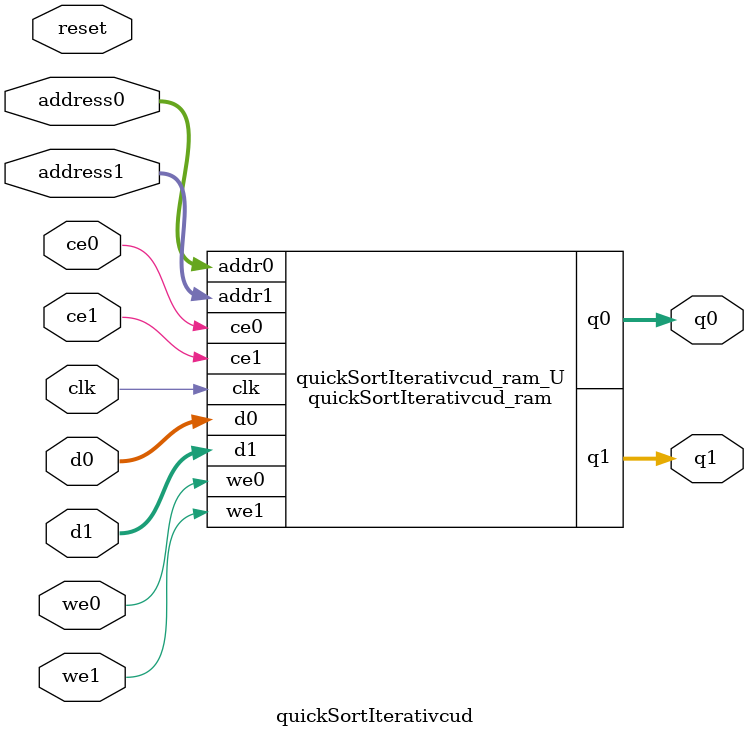
<source format=v>

`timescale 1 ns / 1 ps
module quickSortIterativcud_ram (addr0, ce0, d0, we0, q0, addr1, ce1, d1, we1, q1,  clk);

parameter DWIDTH = 32;
parameter AWIDTH = 10;
parameter MEM_SIZE = 1000;

input[AWIDTH-1:0] addr0;
input ce0;
input[DWIDTH-1:0] d0;
input we0;
output reg[DWIDTH-1:0] q0;
input[AWIDTH-1:0] addr1;
input ce1;
input[DWIDTH-1:0] d1;
input we1;
output reg[DWIDTH-1:0] q1;
input clk;

(* ram_style = "block" *)reg [DWIDTH-1:0] ram[0:MEM_SIZE-1];




always @(posedge clk)  
begin 
    if (ce0) 
    begin
        if (we0) 
        begin 
            ram[addr0] <= d0; 
            q0 <= d0;
        end 
        else 
            q0 <= ram[addr0];
    end
end


always @(posedge clk)  
begin 
    if (ce1) 
    begin
        if (we1) 
        begin 
            ram[addr1] <= d1; 
            q1 <= d1;
        end 
        else 
            q1 <= ram[addr1];
    end
end


endmodule


`timescale 1 ns / 1 ps
module quickSortIterativcud(
    reset,
    clk,
    address0,
    ce0,
    we0,
    d0,
    q0,
    address1,
    ce1,
    we1,
    d1,
    q1);

parameter DataWidth = 32'd32;
parameter AddressRange = 32'd1000;
parameter AddressWidth = 32'd10;
input reset;
input clk;
input[AddressWidth - 1:0] address0;
input ce0;
input we0;
input[DataWidth - 1:0] d0;
output[DataWidth - 1:0] q0;
input[AddressWidth - 1:0] address1;
input ce1;
input we1;
input[DataWidth - 1:0] d1;
output[DataWidth - 1:0] q1;



quickSortIterativcud_ram quickSortIterativcud_ram_U(
    .clk( clk ),
    .addr0( address0 ),
    .ce0( ce0 ),
    .we0( we0 ),
    .d0( d0 ),
    .q0( q0 ),
    .addr1( address1 ),
    .ce1( ce1 ),
    .we1( we1 ),
    .d1( d1 ),
    .q1( q1 ));

endmodule


</source>
